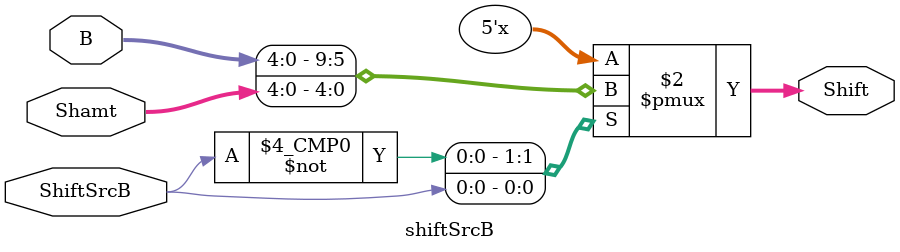
<source format=sv>
module shiftSrcB(
input logic [4:0] B,
input logic [4:0] Shamt,
input logic ShiftSrcB,
output logic [4:0] Shift
);

always 
	case (ShiftSrcB)
		2'd0: begin
			  Shift = B;
		end
		2'd1: begin
			Shift = Shamt;
		end
	endcase
	
endmodule
</source>
